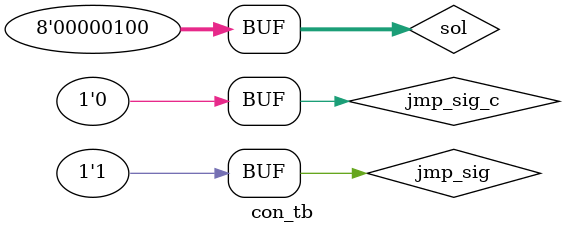
<source format=v>
module control(jmp_sig,jmp_sig_c,sol,jmp,pc_inc);
input wire jmp_sig,jmp_sig_c;
input wire [7:0] sol;
output wire jmp,pc_inc;
wire a_in,z_t;
or o1(z_t,sol[0],sol[1],sol[2],sol[3],sol[4],sol[5],sol[6],sol[7]);
and a(a_in,jmp_sig_c,z_t);
or o2 (jmp,a_in,jmp_sig);
not n1(pc_inc,jmp);
endmodule

module con_tb();
wire jmp,pc_inc;
reg jmp_sig,jmp_sig_c;
reg[7:0] sol;
control c(jmp_sig,jmp_sig_c,sol,jmp,pc_inc);
initial begin
jmp_sig<=0;
jmp_sig_c<=0;
sol<=8'h01;
#10
jmp_sig_c<=1;
#10
sol<=8'h00;
#10
jmp_sig_c=0;
#10;
jmp_sig_c<=0;
sol<=4;
jmp_sig<=1;
#10;
end
endmodule
</source>
